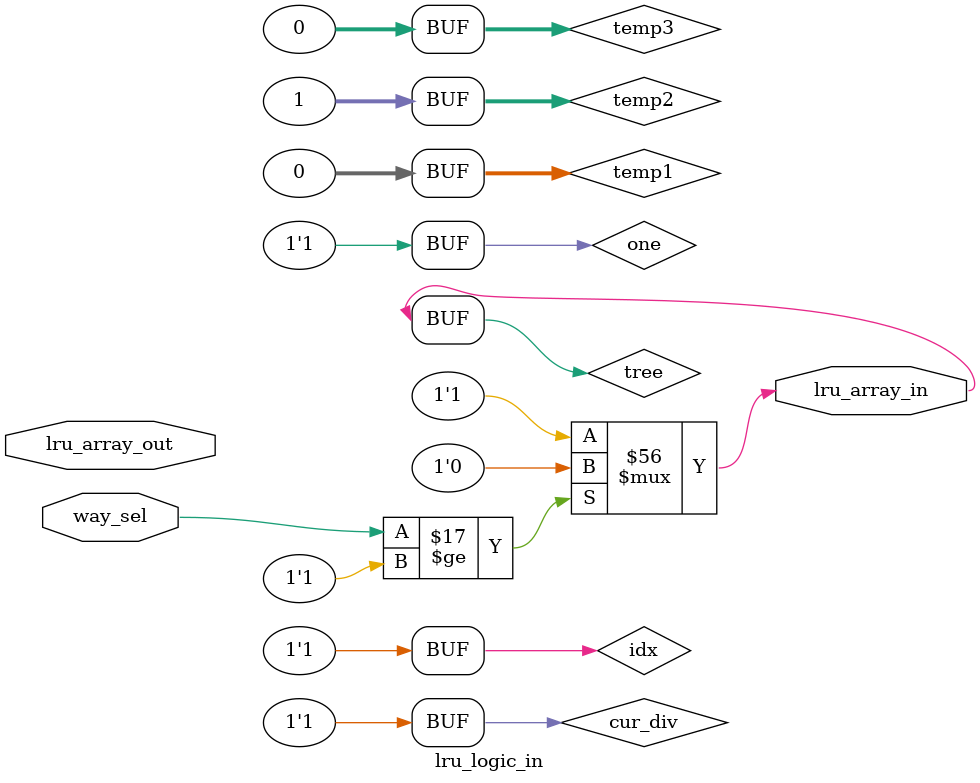
<source format=sv>
module lru_logic_in #(parameter ways = 2)
(
    // The current lru array we will modify
    input logic [ways-2:0] lru_array_out,
    // Index into the tag array that we are evicting
    input logic [$clog2(ways)-1:0] way_sel,

    // The input to the LRU array (pseudo-LRU = MRU)
    output logic [ways-2:0] lru_array_in
);

    initial
    begin // Bit magic to ensure ways is a power of 2
        pow2: assert(ways && ((ways & (ways-1)) == 0));
    end

    logic [ways-2:0] tree;              // Local variable that will be modified
    logic [$clog2(ways)-1:0] idx;       // idx of bit of interest (current root)
    logic [$clog2(ways)-1:0] cur_div;   // The comparing value for current root

    int temp1, temp2, temp3, temp4;

    logic [$clog2(ways)-1:0] one;
    assign one = 1;

	always_comb
	begin
        tree = lru_array_out;
		temp1 = ways-2; idx = temp1[$clog2(ways)-1:0];
        temp2 = (ways >> 1); cur_div = temp2[$clog2(ways)-1:0];

		for(int i = (ways >> 1); i > 0; i = i >> 1) begin

            // >= : LRU, < : MRU
            if(way_sel >= cur_div)
            begin
                tree[idx] = 1'b0;
				idx -= i[$clog2(ways)-1:0];
                temp3 = i >> 1; cur_div += temp3[$clog2(ways)-1:0];
            end
			else
            begin
                tree[idx] = 1'b1;
				idx -= one; //**
                temp3 = i >> 1; cur_div -= temp3[$clog2(ways)-1:0];
            end
		end

        lru_array_in = tree;
	end

endmodule : lru_logic_in

</source>
